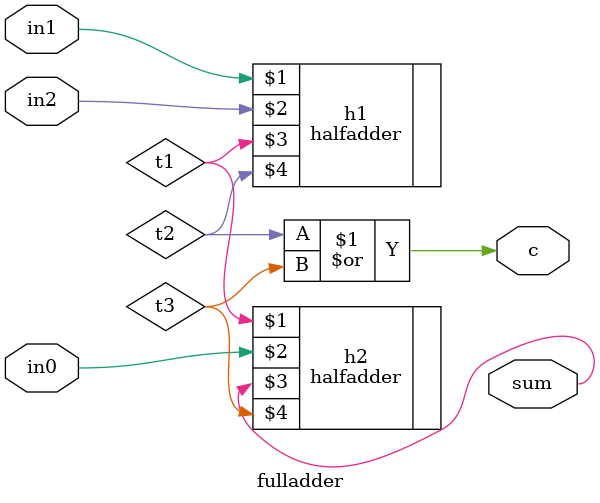
<source format=v>
`timescale 1ns / 1ps


module fulladder(
input in1,in2,in0,
output sum,c
    );
wire t1;
wire t2;
wire t3;

halfadder h1(in1,in2,t1,t2);  
halfadder h2(t1,in0,sum,t3);

assign c=t2|t3;
    
endmodule

</source>
